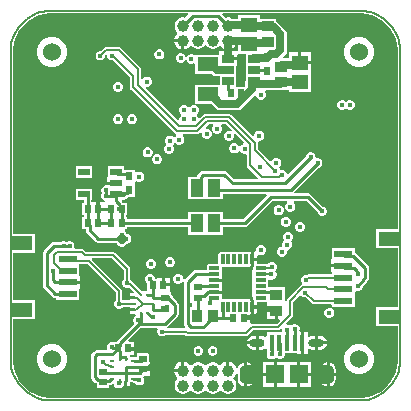
<source format=gtl>
G04*
G04 #@! TF.GenerationSoftware,Altium Limited,Altium Designer,22.10.1 (41)*
G04*
G04 Layer_Physical_Order=1*
G04 Layer_Color=255*
%FSLAX25Y25*%
%MOIN*%
G70*
G04*
G04 #@! TF.SameCoordinates,BA180857-5533-48D4-BC33-98CDBDEDE110*
G04*
G04*
G04 #@! TF.FilePolarity,Positive*
G04*
G01*
G75*
%ADD17C,0.00500*%
%ADD20R,0.04331X0.05906*%
%ADD45R,0.06102X0.02362*%
%ADD46R,0.07087X0.04724*%
%ADD47R,0.01575X0.05315*%
%ADD48R,0.05906X0.06102*%
%ADD49R,0.02362X0.02520*%
%ADD50R,0.02362X0.02953*%
%ADD51R,0.03937X0.02165*%
%ADD52R,0.05512X0.05118*%
%ADD53R,0.00984X0.01772*%
%ADD54R,0.01772X0.00984*%
%ADD55R,0.02520X0.02362*%
%ADD56R,0.03937X0.02756*%
%ADD57R,0.06890X0.04724*%
%ADD58R,0.03937X0.03543*%
G04:AMPARAMS|DCode=59|XSize=31.5mil|YSize=13.78mil|CornerRadius=1.72mil|HoleSize=0mil|Usage=FLASHONLY|Rotation=270.000|XOffset=0mil|YOffset=0mil|HoleType=Round|Shape=RoundedRectangle|*
%AMROUNDEDRECTD59*
21,1,0.03150,0.01034,0,0,270.0*
21,1,0.02805,0.01378,0,0,270.0*
1,1,0.00345,-0.00517,-0.01403*
1,1,0.00345,-0.00517,0.01403*
1,1,0.00345,0.00517,0.01403*
1,1,0.00345,0.00517,-0.01403*
%
%ADD59ROUNDEDRECTD59*%
%ADD60R,0.10236X0.10630*%
G04:AMPARAMS|DCode=61|XSize=33.47mil|YSize=13.78mil|CornerRadius=1.72mil|HoleSize=0mil|Usage=FLASHONLY|Rotation=0.000|XOffset=0mil|YOffset=0mil|HoleType=Round|Shape=RoundedRectangle|*
%AMROUNDEDRECTD61*
21,1,0.03347,0.01034,0,0,0.0*
21,1,0.03002,0.01378,0,0,0.0*
1,1,0.00345,0.01501,-0.00517*
1,1,0.00345,-0.01501,-0.00517*
1,1,0.00345,-0.01501,0.00517*
1,1,0.00345,0.01501,0.00517*
%
%ADD61ROUNDEDRECTD61*%
%ADD62R,0.03543X0.03937*%
%ADD63R,0.00984X0.01083*%
%ADD64R,0.01083X0.00984*%
%ADD65C,0.02803*%
%ADD66C,0.01000*%
%ADD67O,0.05118X0.02559*%
%ADD68O,0.03051X0.06102*%
%ADD69C,0.03937*%
%ADD70C,0.06000*%
%ADD71C,0.01772*%
%ADD72C,0.01575*%
G36*
X-5832Y64158D02*
X-5641Y63696D01*
X-6714Y62623D01*
X-7137Y62736D01*
X-7863D01*
X-8564Y62548D01*
X-9192Y62186D01*
X-9705Y61673D01*
X-10068Y61044D01*
X-10256Y60343D01*
Y59618D01*
X-10068Y58917D01*
X-9705Y58288D01*
X-9340Y57923D01*
X-9325Y57432D01*
X-9375Y57303D01*
X-9875Y56803D01*
X-10266Y56126D01*
X-10439Y55480D01*
X-7500D01*
Y54980D01*
X-7000D01*
Y52041D01*
X-6354Y52214D01*
X-5677Y52605D01*
X-5177Y53105D01*
X-5048Y53155D01*
X-4557Y53140D01*
X-4192Y52775D01*
X-3564Y52412D01*
X-2863Y52224D01*
X-2137D01*
X-1436Y52412D01*
X-808Y52775D01*
X-295Y53288D01*
X-250Y53366D01*
X250D01*
X295Y53288D01*
X808Y52775D01*
X1436Y52412D01*
X2137Y52224D01*
X2863D01*
X3564Y52412D01*
X4192Y52775D01*
X4557Y53140D01*
X5048Y53155D01*
X5177Y53105D01*
X5677Y52605D01*
X6354Y52214D01*
X7000Y52041D01*
Y54980D01*
X8000D01*
Y52041D01*
X8646Y52214D01*
X9323Y52605D01*
X9875Y53158D01*
X10266Y53834D01*
X10311Y54002D01*
X10811Y53936D01*
Y51726D01*
X10449Y51394D01*
X7980D01*
Y49516D01*
X10449D01*
Y50045D01*
X10811Y50378D01*
X13386D01*
Y46850D01*
Y41727D01*
X13343Y41512D01*
X13343Y41512D01*
Y39860D01*
X12932Y39449D01*
X10236D01*
Y43110D01*
Y46638D01*
X10449D01*
Y48516D01*
X7480D01*
Y49016D01*
X6980D01*
Y51394D01*
X4512D01*
Y50295D01*
X-3445D01*
X-3445Y50295D01*
X-3945Y50201D01*
X-4411Y50394D01*
X-5038D01*
X-5616Y50154D01*
X-6059Y49711D01*
X-6193Y49389D01*
X-6693Y49488D01*
Y49526D01*
X-6933Y50105D01*
X-7376Y50548D01*
X-7954Y50787D01*
X-8581D01*
X-9160Y50548D01*
X-9603Y50105D01*
X-9843Y49526D01*
Y48899D01*
X-9603Y48320D01*
X-9160Y47878D01*
X-8581Y47638D01*
X-7954D01*
X-7376Y47878D01*
X-6933Y48320D01*
X-6799Y48643D01*
X-6299Y48543D01*
Y48506D01*
X-6059Y47927D01*
X-5616Y47484D01*
X-5038Y47244D01*
X-4411D01*
X-3945Y47437D01*
X-3445Y47218D01*
Y43996D01*
X1863D01*
X2138Y43721D01*
X2862Y43237D01*
X3717Y43067D01*
X3717Y43067D01*
X4724D01*
Y40256D01*
X-3445D01*
Y34389D01*
X-3445Y34025D01*
X-3495Y33880D01*
X-3701Y33563D01*
X-3809Y33563D01*
X-4270D01*
X-4885Y33308D01*
X-5194Y32999D01*
X-5512Y32891D01*
X-5830Y32999D01*
X-6139Y33308D01*
X-6754Y33563D01*
X-7419D01*
X-8034Y33308D01*
X-8505Y32838D01*
X-8760Y32223D01*
Y31557D01*
X-8505Y30942D01*
X-8196Y30633D01*
X-8088Y30315D01*
X-8196Y29997D01*
X-8505Y29688D01*
X-8760Y29073D01*
Y28679D01*
X-9260Y28472D01*
X-19991Y39203D01*
X-19896Y39463D01*
X-19746Y39665D01*
X-19155D01*
X-18540Y39920D01*
X-18070Y40391D01*
X-17815Y41006D01*
Y41671D01*
X-18070Y42286D01*
X-18540Y42757D01*
X-19155Y43012D01*
X-19821D01*
X-20436Y42757D01*
X-20883Y42310D01*
X-21002Y42318D01*
X-21383Y42443D01*
Y45543D01*
X-21464Y45948D01*
X-21693Y46291D01*
X-27975Y52573D01*
X-28318Y52802D01*
X-28723Y52882D01*
X-33215D01*
X-33619Y52802D01*
X-33963Y52573D01*
X-34960Y51575D01*
X-35353D01*
X-35931Y51335D01*
X-36374Y50892D01*
X-36614Y50313D01*
Y49687D01*
X-36374Y49108D01*
X-35931Y48665D01*
X-35353Y48425D01*
X-34726D01*
X-34147Y48665D01*
X-33704Y49108D01*
X-33465Y49687D01*
Y50072D01*
X-33088Y50376D01*
X-32677Y50159D01*
Y49687D01*
X-32437Y49108D01*
X-31994Y48665D01*
X-31416Y48425D01*
X-30789D01*
X-30766Y48435D01*
X-25074Y42743D01*
Y39370D01*
X-24993Y38965D01*
X-24764Y38622D01*
X-10197Y24055D01*
X-9854Y23826D01*
X-9720Y23799D01*
X-9644Y23461D01*
X-9640Y23274D01*
X-10025Y22888D01*
X-10095Y22833D01*
X-10622Y22831D01*
X-10863Y23072D01*
X-11478Y23327D01*
X-12144D01*
X-12759Y23072D01*
X-13229Y22601D01*
X-13484Y21986D01*
Y21321D01*
X-13229Y20706D01*
X-13101Y20577D01*
X-13152Y20316D01*
X-13623Y19845D01*
X-13878Y19230D01*
Y18565D01*
X-13623Y17950D01*
X-13152Y17479D01*
X-12538Y17224D01*
X-11872D01*
X-11257Y17479D01*
X-10786Y17950D01*
X-10531Y18565D01*
Y19230D01*
X-10786Y19845D01*
X-10915Y19974D01*
X-10863Y20235D01*
X-10447Y20651D01*
X-10377Y20706D01*
X-9850Y20708D01*
X-9609Y20467D01*
X-8994Y20212D01*
X-8329D01*
X-7714Y20467D01*
X-7243Y20938D01*
X-6988Y21553D01*
Y22218D01*
X-7243Y22833D01*
X-7655Y23245D01*
X-7610Y23520D01*
X-7502Y23745D01*
X-2756D01*
X-2351Y23826D01*
X-2008Y24055D01*
X-1780Y24284D01*
X-1280Y24077D01*
Y23683D01*
X-1025Y23068D01*
X-554Y22597D01*
X61Y22343D01*
X727D01*
X1342Y22597D01*
X1812Y23068D01*
X2067Y23683D01*
Y24349D01*
X1812Y24964D01*
X1342Y25434D01*
X727Y25689D01*
X333D01*
X126Y26189D01*
X1119Y27182D01*
X2455D01*
X2663Y26682D01*
X2519Y26538D01*
X2264Y25923D01*
Y25258D01*
X2519Y24643D01*
X2989Y24172D01*
X3604Y23917D01*
X4270D01*
X4885Y24172D01*
X5356Y24643D01*
X5610Y25258D01*
Y25923D01*
X5356Y26538D01*
X5211Y26682D01*
X5418Y27182D01*
X6719D01*
X8725Y25176D01*
X8442Y24752D01*
X8162Y24868D01*
X7496D01*
X6881Y24614D01*
X6410Y24143D01*
X6155Y23528D01*
Y22862D01*
X6410Y22247D01*
X6881Y21777D01*
X7496Y21522D01*
X8162D01*
X8777Y21777D01*
X9247Y22247D01*
X9502Y22862D01*
Y23528D01*
X9386Y23808D01*
X9810Y24092D01*
X12859Y21042D01*
X12641Y20553D01*
X12090Y20325D01*
X11619Y19855D01*
X11091Y19887D01*
X11042Y20005D01*
X10571Y20475D01*
X9956Y20730D01*
X9291D01*
X8676Y20475D01*
X8205Y20005D01*
X7950Y19390D01*
Y18724D01*
X8205Y18109D01*
X8676Y17638D01*
X9291Y17383D01*
X9956D01*
X10571Y17638D01*
X11042Y18109D01*
X11570Y18077D01*
X11619Y17959D01*
X12090Y17488D01*
X12705Y17234D01*
X13370D01*
X13487Y17282D01*
X13903Y17004D01*
Y13422D01*
X13983Y13017D01*
X14213Y12674D01*
X17632Y9255D01*
X17440Y8793D01*
X9599D01*
X7227Y11164D01*
X6802Y11449D01*
X6299Y11549D01*
X-872D01*
X-1375Y11449D01*
X-1801Y11164D01*
X-2386Y10579D01*
X-2671Y10153D01*
X-2771Y9650D01*
Y9646D01*
X-5906D01*
Y2165D01*
X-500D01*
X-0Y2165D01*
Y2165D01*
X0D01*
Y2165D01*
X5906D01*
Y3896D01*
X20328D01*
X20535Y3396D01*
X12546Y-4593D01*
X5906D01*
Y-2165D01*
X500D01*
X0Y-2165D01*
X-500Y-2165D01*
X-5906D01*
Y-4593D01*
X-25984D01*
Y-3858D01*
X-26640D01*
Y-3228D01*
X-25984D01*
Y866D01*
X-27466D01*
X-27706Y1225D01*
X-27889Y1408D01*
X-27697Y1870D01*
X-27126D01*
Y1969D01*
X-27049D01*
X-26470Y2208D01*
X-26027Y2651D01*
X-25902Y2953D01*
X-23386D01*
Y7925D01*
X-22886Y8145D01*
X-22385Y7938D01*
X-21719D01*
X-21104Y8193D01*
X-20634Y8663D01*
X-20379Y9278D01*
Y9944D01*
X-20634Y10559D01*
X-21104Y11030D01*
X-21719Y11284D01*
X-22385D01*
X-22886Y11077D01*
X-23386Y11297D01*
Y12008D01*
X-27126D01*
Y13091D01*
X-32638D01*
Y9563D01*
X-32850D01*
Y7980D01*
X-29882D01*
Y6980D01*
X-32850D01*
Y6693D01*
X-33384D01*
X-33963Y6453D01*
X-34406Y6010D01*
X-34646Y5431D01*
Y4805D01*
X-34406Y4226D01*
X-34383Y4204D01*
Y4064D01*
X-34406Y4042D01*
X-34646Y3463D01*
Y2836D01*
X-34406Y2258D01*
X-33963Y1815D01*
X-33384Y1575D01*
X-33394Y1079D01*
X-34098Y1079D01*
X-35327D01*
Y-1181D01*
X-36327D01*
Y1079D01*
X-37979D01*
Y1870D01*
X-37756D01*
Y5610D01*
X-43268D01*
Y1870D01*
X-40604D01*
Y866D01*
X-41260D01*
Y-3228D01*
X-40604D01*
Y-3858D01*
X-41260D01*
Y-7953D01*
X-39923D01*
Y-8240D01*
X-39823Y-8743D01*
X-39538Y-9168D01*
X-36755Y-11952D01*
X-36329Y-12236D01*
X-35827Y-12336D01*
X-29886D01*
X-29584Y-12638D01*
X-29371Y-13152D01*
X-28901Y-13623D01*
X-28286Y-13878D01*
X-27620D01*
X-27005Y-13623D01*
X-26534Y-13152D01*
X-26346Y-12697D01*
X-26045D01*
X-25430Y-12442D01*
X-24960Y-11971D01*
X-24705Y-11356D01*
Y-10691D01*
X-24960Y-10076D01*
X-25430Y-9605D01*
X-26045Y-9350D01*
X-26346D01*
X-26534Y-8895D01*
X-26976Y-8453D01*
X-26965Y-8312D01*
X-26836Y-7953D01*
X-25984D01*
Y-7218D01*
X-5906D01*
Y-9646D01*
X-500D01*
X-0Y-9646D01*
X500Y-9646D01*
X5906D01*
Y-7218D01*
X13090D01*
X13592Y-7118D01*
X14018Y-6834D01*
X22295Y1443D01*
X27164D01*
X27228Y1328D01*
X27317Y943D01*
X26928Y554D01*
X26673Y-61D01*
Y-727D01*
X26928Y-1342D01*
X27399Y-1812D01*
X28014Y-2067D01*
X28679D01*
X29294Y-1812D01*
X29765Y-1342D01*
X30020Y-727D01*
Y-61D01*
X29765Y554D01*
X29376Y943D01*
X29465Y1328D01*
X29529Y1443D01*
X33708D01*
X37402Y-2250D01*
Y-2282D01*
X37641Y-2860D01*
X38084Y-3303D01*
X38663Y-3543D01*
X39290D01*
X39868Y-3303D01*
X40311Y-2860D01*
X40551Y-2282D01*
Y-1655D01*
X40311Y-1076D01*
X39868Y-634D01*
X39290Y-394D01*
X39258D01*
X35180Y3684D01*
X34754Y3969D01*
X34252Y4069D01*
X29860D01*
X29653Y4569D01*
X37683Y12598D01*
X37715D01*
X38294Y12838D01*
X38737Y13281D01*
X38976Y13860D01*
Y14487D01*
X38737Y15065D01*
X38294Y15508D01*
X37715Y15748D01*
X37088D01*
X37079Y15744D01*
X36614Y16093D01*
Y16455D01*
X36374Y17034D01*
X35931Y17477D01*
X35353Y17717D01*
X34726D01*
X34147Y17477D01*
X33704Y17034D01*
X33465Y16455D01*
Y16423D01*
X27612Y10571D01*
X27063Y10729D01*
X26896Y11133D01*
X26425Y11604D01*
X25810Y11859D01*
X25144D01*
X24866Y12285D01*
X24759Y12542D01*
X24566Y12735D01*
X24570Y12755D01*
X25041Y13225D01*
X25295Y13840D01*
Y14506D01*
X25041Y15121D01*
X24570Y15592D01*
X23955Y15846D01*
X23289D01*
X22674Y15592D01*
X22204Y15121D01*
X22149Y14989D01*
X21559Y14872D01*
X17593Y18837D01*
Y20866D01*
X17535Y21158D01*
X17538Y21169D01*
X17759Y21504D01*
X17881Y21620D01*
X18306D01*
X18921Y21874D01*
X19391Y22345D01*
X19646Y22960D01*
Y23626D01*
X19391Y24240D01*
X18921Y24711D01*
X18306Y24966D01*
X17640D01*
X17025Y24711D01*
X16555Y24240D01*
X16300Y23626D01*
Y23305D01*
X15800Y23098D01*
X8622Y30275D01*
X8279Y30505D01*
X7874Y30585D01*
X0D01*
X-405Y30505D01*
X-748Y30275D01*
X-1802Y29222D01*
X-2379Y29351D01*
X-2519Y29688D01*
X-2828Y29997D01*
X-2936Y30315D01*
X-2828Y30633D01*
X-2519Y30942D01*
X-2264Y31557D01*
Y32223D01*
X-2519Y32838D01*
X-2989Y33308D01*
X-3283Y33430D01*
X-3294Y33452D01*
X-3095Y33943D01*
X-3011Y33957D01*
X-3011Y33957D01*
X-2973Y33957D01*
X1863D01*
X3445Y32375D01*
X3446Y32375D01*
X4169Y31891D01*
X5024Y31721D01*
X10592D01*
X10592Y31721D01*
X11446Y31891D01*
X12170Y32375D01*
X16369Y36573D01*
X16932Y36430D01*
X17086Y36060D01*
X17556Y35589D01*
X18171Y35335D01*
X18837D01*
X19452Y35589D01*
X19922Y36060D01*
X20177Y36675D01*
Y37341D01*
X19922Y37956D01*
X20144Y38441D01*
X24827D01*
X24827Y38441D01*
X25042Y38484D01*
X27953D01*
X27953Y37992D01*
X35039D01*
Y44079D01*
X35252D01*
Y47138D01*
X31496D01*
Y47638D01*
X30996D01*
Y51197D01*
X27740D01*
Y49130D01*
X26212D01*
X26021Y49592D01*
X26602Y50173D01*
X26602Y50173D01*
X27086Y50897D01*
X27255Y51751D01*
X27255Y51751D01*
Y57108D01*
X27086Y57962D01*
X26602Y58686D01*
X26602Y58686D01*
X24335Y60952D01*
X23622Y61429D01*
Y62303D01*
X18110D01*
X18110Y62803D01*
Y63583D01*
X11024D01*
Y62340D01*
X8924D01*
X8564Y62548D01*
X7863Y62736D01*
X7137D01*
X6714Y62623D01*
X5641Y63696D01*
X5832Y64158D01*
X51181D01*
X52032D01*
X53718Y63936D01*
X55361Y63496D01*
X56933Y62845D01*
X58406Y61994D01*
X59756Y60958D01*
X60958Y59756D01*
X61994Y58406D01*
X62845Y56933D01*
X63495Y55361D01*
X63936Y53718D01*
X64158Y52032D01*
X64158Y51181D01*
X64158Y-7874D01*
X56862D01*
Y-14173D01*
X64158D01*
Y-33858D01*
X56862D01*
Y-40157D01*
X64158D01*
Y-51181D01*
X64158Y-52032D01*
X63936Y-53718D01*
X63495Y-55361D01*
X62845Y-56933D01*
X61994Y-58406D01*
X60958Y-59756D01*
X59756Y-60958D01*
X58406Y-61994D01*
X56933Y-62845D01*
X55361Y-63496D01*
X53718Y-63936D01*
X52032Y-64158D01*
X51181D01*
X-51181Y-64158D01*
X-52032D01*
X-53718Y-63936D01*
X-55361Y-63496D01*
X-56933Y-62845D01*
X-58406Y-61994D01*
X-59756Y-60958D01*
X-60958Y-59756D01*
X-61994Y-58406D01*
X-62845Y-56933D01*
X-63496Y-55361D01*
X-63936Y-53718D01*
X-64158Y-52032D01*
X-64158Y-51181D01*
Y-37795D01*
X-56862D01*
Y-31496D01*
X-64158D01*
Y-15748D01*
X-56862D01*
Y-9449D01*
X-64158D01*
X-64158Y51181D01*
Y52032D01*
X-63936Y53718D01*
X-63496Y55361D01*
X-62845Y56933D01*
X-61994Y58406D01*
X-60958Y59756D01*
X-59756Y60958D01*
X-58406Y61994D01*
X-56933Y62845D01*
X-55361Y63495D01*
X-53718Y63936D01*
X-52032Y64158D01*
X-51181Y64158D01*
X-5832D01*
D02*
G37*
%LPC*%
G36*
X-8000Y54480D02*
X-10439D01*
X-10266Y53834D01*
X-9875Y53158D01*
X-9323Y52605D01*
X-8646Y52214D01*
X-8000Y52041D01*
Y54480D01*
D02*
G37*
G36*
X-15021Y52067D02*
X-15687D01*
X-16302Y51812D01*
X-16773Y51341D01*
X-17028Y50726D01*
Y50061D01*
X-16773Y49446D01*
X-16302Y48975D01*
X-15687Y48720D01*
X-15021D01*
X-14406Y48975D01*
X-13936Y49446D01*
X-13681Y50061D01*
Y50726D01*
X-13936Y51341D01*
X-14406Y51812D01*
X-15021Y52067D01*
D02*
G37*
G36*
X35252Y51197D02*
X31996D01*
Y48138D01*
X35252D01*
Y51197D01*
D02*
G37*
G36*
X51855Y56299D02*
X50507D01*
X49206Y55950D01*
X48039Y55277D01*
X47086Y54324D01*
X46412Y53157D01*
X46063Y51855D01*
Y50507D01*
X46412Y49206D01*
X47086Y48039D01*
X48039Y47086D01*
X49206Y46412D01*
X50507Y46063D01*
X51855D01*
X53157Y46412D01*
X54324Y47086D01*
X55277Y48039D01*
X55950Y49206D01*
X56299Y50507D01*
Y51855D01*
X55950Y53157D01*
X55277Y54324D01*
X54324Y55277D01*
X53157Y55950D01*
X51855Y56299D01*
D02*
G37*
G36*
X-50507D02*
X-51855D01*
X-53157Y55950D01*
X-54324Y55277D01*
X-55277Y54324D01*
X-55950Y53157D01*
X-56299Y51855D01*
Y50507D01*
X-55950Y49206D01*
X-55277Y48039D01*
X-54324Y47086D01*
X-53157Y46412D01*
X-51855Y46063D01*
X-50507D01*
X-49206Y46412D01*
X-48039Y47086D01*
X-47086Y48039D01*
X-46412Y49206D01*
X-46063Y50507D01*
Y51855D01*
X-46412Y53157D01*
X-47086Y54324D01*
X-48039Y55277D01*
X-49206Y55950D01*
X-50507Y56299D01*
D02*
G37*
G36*
X-28821Y41102D02*
X-29447D01*
X-30026Y40863D01*
X-30469Y40420D01*
X-30709Y39841D01*
Y39214D01*
X-30469Y38636D01*
X-30026Y38192D01*
X-29447Y37953D01*
X-28821D01*
X-28242Y38192D01*
X-27799Y38636D01*
X-27559Y39214D01*
Y39841D01*
X-27799Y40420D01*
X-28242Y40863D01*
X-28821Y41102D01*
D02*
G37*
G36*
X48364Y35138D02*
X47699D01*
X47084Y34883D01*
X46850Y34650D01*
X46617Y34883D01*
X46002Y35138D01*
X45336D01*
X44721Y34883D01*
X44251Y34412D01*
X43996Y33797D01*
Y33132D01*
X44251Y32517D01*
X44721Y32046D01*
X45336Y31791D01*
X46002D01*
X46617Y32046D01*
X46850Y32279D01*
X47084Y32046D01*
X47699Y31791D01*
X48364D01*
X48979Y32046D01*
X49450Y32517D01*
X49705Y33132D01*
Y33797D01*
X49450Y34412D01*
X48979Y34883D01*
X48364Y35138D01*
D02*
G37*
G36*
X-24077Y30413D02*
X-24742D01*
X-25357Y30159D01*
X-25828Y29688D01*
X-26083Y29073D01*
Y28407D01*
X-25828Y27792D01*
X-25357Y27322D01*
X-24742Y27067D01*
X-24077D01*
X-23462Y27322D01*
X-22991Y27792D01*
X-22736Y28407D01*
Y29073D01*
X-22991Y29688D01*
X-23462Y30159D01*
X-24077Y30413D01*
D02*
G37*
G36*
X-28801D02*
X-29467D01*
X-30082Y30159D01*
X-30552Y29688D01*
X-30807Y29073D01*
Y28407D01*
X-30552Y27792D01*
X-30082Y27322D01*
X-29467Y27067D01*
X-28801D01*
X-28186Y27322D01*
X-27715Y27792D01*
X-27461Y28407D01*
Y29073D01*
X-27715Y29688D01*
X-28186Y30159D01*
X-28801Y30413D01*
D02*
G37*
G36*
X-18959Y19390D02*
X-19624D01*
X-20239Y19135D01*
X-20710Y18664D01*
X-20965Y18049D01*
Y17384D01*
X-20710Y16769D01*
X-20239Y16298D01*
X-19624Y16043D01*
X-18959D01*
X-18343Y16298D01*
X-17873Y16769D01*
X-17618Y17384D01*
Y18049D01*
X-17873Y18664D01*
X-18343Y19135D01*
X-18959Y19390D01*
D02*
G37*
G36*
X-15765Y17071D02*
X-16431D01*
X-17046Y16817D01*
X-17516Y16346D01*
X-17771Y15731D01*
Y15065D01*
X-17516Y14450D01*
X-17046Y13980D01*
X-16431Y13725D01*
X-15765D01*
X-15150Y13980D01*
X-14679Y14450D01*
X-14425Y15065D01*
Y15731D01*
X-14679Y16346D01*
X-15150Y16817D01*
X-15765Y17071D01*
D02*
G37*
G36*
X-37756Y13091D02*
X-43268D01*
Y9350D01*
X-37756D01*
Y13091D01*
D02*
G37*
G36*
X24742Y98D02*
X24077D01*
X23462Y-156D01*
X22991Y-627D01*
X22736Y-1242D01*
Y-1908D01*
X22991Y-2523D01*
X23462Y-2993D01*
X24077Y-3248D01*
X24742D01*
X25357Y-2993D01*
X25828Y-2523D01*
X26083Y-1908D01*
Y-1242D01*
X25828Y-627D01*
X25357Y-156D01*
X24742Y98D01*
D02*
G37*
G36*
X27104Y-3839D02*
X26439D01*
X25824Y-4093D01*
X25353Y-4564D01*
X25098Y-5179D01*
Y-5845D01*
X25353Y-6460D01*
X25824Y-6930D01*
X26439Y-7185D01*
X27104D01*
X27720Y-6930D01*
X28190Y-6460D01*
X28445Y-5845D01*
Y-5179D01*
X28190Y-4564D01*
X27720Y-4093D01*
X27104Y-3839D01*
D02*
G37*
G36*
X31829Y-5413D02*
X31163D01*
X30548Y-5668D01*
X30078Y-6139D01*
X29823Y-6754D01*
Y-7419D01*
X30078Y-8034D01*
X30548Y-8505D01*
X31163Y-8760D01*
X31829D01*
X32444Y-8505D01*
X32915Y-8034D01*
X33169Y-7419D01*
Y-6754D01*
X32915Y-6139D01*
X32444Y-5668D01*
X31829Y-5413D01*
D02*
G37*
G36*
X-44962Y-11811D02*
X-45589D01*
X-46168Y-12051D01*
X-46190Y-12073D01*
X-46330D01*
X-46352Y-12051D01*
X-46931Y-11811D01*
X-47557D01*
X-48136Y-12051D01*
X-48159Y-12073D01*
X-50394D01*
X-50896Y-12173D01*
X-51322Y-12458D01*
X-53889Y-15024D01*
X-54173Y-15450D01*
X-54273Y-15953D01*
Y-26567D01*
X-54173Y-27069D01*
X-53889Y-27495D01*
X-50928Y-30456D01*
X-50502Y-30740D01*
X-50000Y-30840D01*
X-49776D01*
Y-31496D01*
X-42098D01*
Y-27772D01*
X-41886D01*
Y-26091D01*
X-45937D01*
Y-25091D01*
X-41886D01*
Y-23410D01*
X-42098D01*
Y-19562D01*
X-39274D01*
X-29798Y-29038D01*
Y-31369D01*
X-30159Y-31729D01*
X-30413Y-32344D01*
Y-33010D01*
X-30159Y-33625D01*
X-29688Y-34096D01*
X-29073Y-34350D01*
X-28407D01*
X-27792Y-34096D01*
X-27432Y-33735D01*
X-25016D01*
Y-34146D01*
X-23474D01*
Y-35146D01*
X-25016D01*
Y-36138D01*
X-23561D01*
X-23159Y-36638D01*
X-23181Y-36737D01*
X-23478Y-36860D01*
X-23949Y-37330D01*
X-24203Y-37945D01*
Y-38611D01*
X-23949Y-39226D01*
X-23854Y-39320D01*
X-29538Y-45005D01*
X-29823Y-45431D01*
X-29855Y-45591D01*
X-30722D01*
X-30770Y-45571D01*
X-31435D01*
X-32050Y-45826D01*
X-32521Y-46296D01*
X-32776Y-46911D01*
Y-47577D01*
X-32686Y-47794D01*
X-33020Y-48294D01*
X-36213D01*
X-36716Y-48394D01*
X-37142Y-48678D01*
X-37727Y-49264D01*
X-38012Y-49690D01*
X-38112Y-50192D01*
Y-57069D01*
X-38012Y-57571D01*
X-37727Y-57997D01*
X-36658Y-59066D01*
X-36299Y-59306D01*
Y-60787D01*
X-32205D01*
Y-59765D01*
X-32013D01*
X-31511Y-59665D01*
X-31095Y-59387D01*
X-31040Y-59397D01*
X-30595Y-59562D01*
X-30340Y-60177D01*
X-29869Y-60647D01*
X-29254Y-60902D01*
X-28589D01*
X-27974Y-60647D01*
X-27578Y-60252D01*
X-27075D01*
Y-58366D01*
X-26075D01*
Y-60252D01*
X-25083D01*
Y-58957D01*
X-24214D01*
X-24008Y-58998D01*
X-23556D01*
X-23466Y-59215D01*
X-22995Y-59686D01*
X-22380Y-59941D01*
X-21714D01*
X-21099Y-59686D01*
X-20629Y-59215D01*
X-20374Y-58600D01*
Y-57935D01*
X-20629Y-57320D01*
X-20779Y-57169D01*
X-20572Y-56669D01*
X-18606D01*
Y-54988D01*
X-20866D01*
Y-53988D01*
X-18606D01*
Y-52307D01*
X-18819D01*
Y-49055D01*
X-22913D01*
Y-50479D01*
X-23947D01*
X-24014Y-50492D01*
X-25295D01*
Y-49898D01*
X-23646D01*
Y-48138D01*
X-25827D01*
Y-47138D01*
X-23646D01*
Y-45378D01*
X-25545D01*
X-25737Y-44916D01*
X-21504Y-40683D01*
X-16148D01*
X-15940Y-41183D01*
X-16142Y-41669D01*
Y-42296D01*
X-15902Y-42874D01*
X-15459Y-43317D01*
X-14880Y-43557D01*
X-14254D01*
X-13675Y-43317D01*
X-13398Y-43040D01*
X-6881D01*
X-6653Y-43268D01*
X-6310Y-43497D01*
X-5906Y-43577D01*
X13386D01*
X13791Y-43497D01*
X14134Y-43268D01*
X15926Y-41475D01*
X24150D01*
X24555Y-41394D01*
X24898Y-41165D01*
X24992Y-41071D01*
X25492Y-41278D01*
Y-41671D01*
X25549Y-41809D01*
X25271Y-42224D01*
X20472D01*
Y-43576D01*
X19973Y-43843D01*
X19492Y-43522D01*
X18602Y-43345D01*
X17823D01*
Y-45669D01*
Y-47993D01*
X18602D01*
X19492Y-47817D01*
X19973Y-47495D01*
X20472Y-47763D01*
Y-49036D01*
X20374Y-49273D01*
Y-49939D01*
X20629Y-50554D01*
X21099Y-51025D01*
X21714Y-51279D01*
X22380D01*
X22995Y-51025D01*
X23176Y-50844D01*
X23849Y-50837D01*
X23855Y-50844D01*
X24470Y-51098D01*
X25136D01*
X25751Y-50844D01*
X26222Y-50373D01*
X26476Y-49758D01*
Y-49114D01*
X30496D01*
Y-49327D01*
X31784D01*
Y-45669D01*
Y-42012D01*
X31613D01*
X31336Y-41596D01*
X31389Y-41466D01*
Y-40801D01*
X31135Y-40186D01*
X30664Y-39715D01*
X30049Y-39460D01*
X29383D01*
X28768Y-39715D01*
X28338Y-40145D01*
X28113Y-39920D01*
X27498Y-39665D01*
X27104D01*
X26897Y-39165D01*
X28823Y-37240D01*
X29052Y-36897D01*
X29133Y-36492D01*
Y-32163D01*
X31514Y-29781D01*
X32004Y-29879D01*
X32020Y-29917D01*
X32463Y-30360D01*
X33042Y-30599D01*
X33434D01*
X35473Y-32638D01*
X35816Y-32867D01*
X36220Y-32947D01*
X41745D01*
X42098Y-33301D01*
X42098Y-33789D01*
X41731Y-34178D01*
X41671Y-34154D01*
X41006D01*
X40391Y-34408D01*
X39920Y-34879D01*
X39665Y-35494D01*
Y-36160D01*
X39920Y-36775D01*
X40391Y-37245D01*
X41006Y-37500D01*
X41671D01*
X42286Y-37245D01*
X42757Y-36775D01*
X43012Y-36160D01*
Y-35494D01*
X42757Y-34879D01*
X42286Y-34408D01*
X42166Y-34358D01*
X42265Y-33858D01*
X42566Y-33858D01*
X42566Y-33858D01*
X42570Y-33858D01*
X49776D01*
Y-28705D01*
X50276Y-28371D01*
X50455Y-28445D01*
X51120D01*
X51735Y-28190D01*
X52206Y-27720D01*
X52461Y-27104D01*
Y-26955D01*
X53559Y-25856D01*
X53844Y-25430D01*
X53907Y-25115D01*
X54078Y-24944D01*
X54362Y-24518D01*
X54462Y-24016D01*
Y-20866D01*
X54362Y-20364D01*
X54078Y-19938D01*
X50034Y-15895D01*
X49776Y-15722D01*
Y-14173D01*
X42098D01*
Y-17898D01*
X41886D01*
Y-19579D01*
X45937D01*
Y-20579D01*
X41886D01*
Y-22260D01*
X42098D01*
Y-22939D01*
X34271D01*
X33866Y-23019D01*
X33554Y-23228D01*
X33151D01*
X32572Y-23468D01*
X32129Y-23911D01*
X31890Y-24490D01*
Y-25116D01*
X32129Y-25695D01*
X32155Y-25721D01*
X32165Y-25845D01*
X32048Y-26321D01*
X31852Y-26452D01*
X27327Y-30977D01*
X27097Y-31320D01*
X27017Y-31725D01*
Y-31741D01*
X26517Y-32014D01*
X26378Y-31925D01*
Y-27264D01*
X20885D01*
Y-26255D01*
X20810Y-25881D01*
X20748Y-25787D01*
X20810Y-25694D01*
X20885Y-25320D01*
Y-24854D01*
X21385Y-24520D01*
X21689Y-24646D01*
X22354D01*
X22969Y-24391D01*
X23440Y-23921D01*
X23695Y-23306D01*
Y-22640D01*
X23440Y-22025D01*
X23144Y-21729D01*
X23511Y-21363D01*
X23766Y-20748D01*
Y-20082D01*
X23511Y-19467D01*
X23040Y-18996D01*
X22425Y-18742D01*
X21760D01*
X21145Y-18996D01*
X20674Y-19467D01*
X20426Y-19542D01*
X20281Y-19445D01*
X19906Y-19371D01*
X17308D01*
X17263Y-19316D01*
Y-18413D01*
X15551D01*
Y-17913D01*
X15078D01*
Y-16511D01*
X15051Y-16376D01*
Y-15316D01*
X15034D01*
X14577Y-15407D01*
X14322Y-15577D01*
X14099Y-15532D01*
X13066D01*
X12691Y-15607D01*
X12598Y-15669D01*
X12505Y-15607D01*
X12131Y-15532D01*
X11097D01*
X10723Y-15607D01*
X10630Y-15669D01*
X10537Y-15607D01*
X10162Y-15532D01*
X9129D01*
X8755Y-15607D01*
X8661Y-15669D01*
X8568Y-15607D01*
X8194Y-15532D01*
X7160D01*
X6786Y-15607D01*
X6693Y-15669D01*
X6600Y-15607D01*
X6225Y-15532D01*
X5192D01*
X4817Y-15607D01*
X4500Y-15819D01*
X4288Y-16136D01*
X4214Y-16511D01*
Y-19316D01*
X4168Y-19371D01*
X1353D01*
X979Y-19445D01*
X661Y-19658D01*
X449Y-19975D01*
X375Y-20349D01*
Y-21383D01*
X261Y-21522D01*
X-3150D01*
X-3652Y-21622D01*
X-4078Y-21906D01*
X-6834Y-24662D01*
X-6882Y-24735D01*
X-7382Y-24583D01*
Y-24077D01*
X-7637Y-23462D01*
X-8107Y-22991D01*
X-8722Y-22736D01*
X-9388D01*
X-10003Y-22991D01*
X-10474Y-23462D01*
X-10728Y-24077D01*
Y-24742D01*
X-10474Y-25357D01*
X-10003Y-25828D01*
X-9388Y-26083D01*
X-8722D01*
X-8107Y-25828D01*
X-7693Y-25413D01*
X-7435Y-25470D01*
X-7218Y-25591D01*
Y-33071D01*
Y-39370D01*
X-7118Y-39872D01*
X-6834Y-40298D01*
X-6707Y-40425D01*
X-6915Y-40925D01*
X-12495D01*
X-12647Y-40425D01*
X-12458Y-40298D01*
X-9308Y-37149D01*
X-9024Y-36723D01*
X-8924Y-36220D01*
Y-33071D01*
X-9024Y-32568D01*
X-9308Y-32143D01*
X-10925Y-30526D01*
Y-30376D01*
X-11180Y-29761D01*
X-11339Y-29602D01*
Y-28976D01*
X-11475D01*
X-11835Y-28638D01*
Y-26878D01*
X-14016D01*
Y-26378D01*
X-14516D01*
Y-24118D01*
X-16197D01*
Y-24331D01*
X-16831D01*
Y-24077D01*
X-17086Y-23462D01*
X-17556Y-22991D01*
X-18171Y-22736D01*
X-18837D01*
X-19452Y-22991D01*
X-19922Y-23462D01*
X-20177Y-24077D01*
Y-24742D01*
X-19922Y-25357D01*
X-19452Y-25828D01*
X-19449Y-25829D01*
Y-26932D01*
X-19474Y-27059D01*
X-19449Y-27186D01*
Y-28297D01*
X-19488Y-28329D01*
X-19576Y-28346D01*
X-21290D01*
X-24376Y-25260D01*
X-24684Y-25054D01*
X-24781Y-24822D01*
X-25141Y-24461D01*
Y-21009D01*
X-25222Y-20604D01*
X-25451Y-20261D01*
X-30031Y-15681D01*
X-30374Y-15452D01*
X-30779Y-15371D01*
X-39826D01*
X-40447Y-14750D01*
X-40790Y-14521D01*
X-41195Y-14440D01*
X-43467D01*
X-43801Y-13940D01*
X-43701Y-13699D01*
Y-13073D01*
X-43940Y-12494D01*
X-44383Y-12051D01*
X-44962Y-11811D01*
D02*
G37*
G36*
X18793Y-13244D02*
X18127D01*
X17512Y-13498D01*
X17042Y-13969D01*
X16787Y-14584D01*
Y-14988D01*
X16741Y-15060D01*
X16346Y-15361D01*
X16325Y-15367D01*
X16068Y-15316D01*
X16051D01*
Y-17413D01*
X17263D01*
Y-16739D01*
X17703Y-16441D01*
X17750Y-16433D01*
X18127Y-16590D01*
X18793D01*
X19408Y-16335D01*
X19879Y-15865D01*
X20133Y-15250D01*
Y-14584D01*
X19879Y-13969D01*
X19408Y-13498D01*
X18793Y-13244D01*
D02*
G37*
G36*
X27919Y-8795D02*
X27253D01*
X26638Y-9049D01*
X26168Y-9520D01*
X25913Y-10135D01*
Y-10801D01*
X26039Y-11106D01*
X26217Y-11574D01*
X25747Y-12044D01*
X25492Y-12659D01*
Y-13325D01*
X25254Y-13681D01*
X25212D01*
X24598Y-13936D01*
X24127Y-14406D01*
X23872Y-15021D01*
Y-15687D01*
X24127Y-16302D01*
X24598Y-16773D01*
X25212Y-17028D01*
X25878D01*
X26493Y-16773D01*
X26964Y-16302D01*
X27218Y-15687D01*
Y-15021D01*
X27457Y-14665D01*
X27498D01*
X28113Y-14411D01*
X28584Y-13940D01*
X28839Y-13325D01*
Y-12659D01*
X28712Y-12354D01*
X28534Y-11886D01*
X29005Y-11416D01*
X29259Y-10801D01*
Y-10135D01*
X29005Y-9520D01*
X28534Y-9049D01*
X27919Y-8795D01*
D02*
G37*
G36*
X-11434Y-17268D02*
X-12100D01*
X-12715Y-17523D01*
X-13186Y-17994D01*
X-13440Y-18609D01*
Y-19274D01*
X-13186Y-19889D01*
X-12715Y-20360D01*
X-12100Y-20615D01*
X-11434D01*
X-10819Y-20360D01*
X-10349Y-19889D01*
X-10094Y-19274D01*
Y-18609D01*
X-10349Y-17994D01*
X-10819Y-17523D01*
X-11434Y-17268D01*
D02*
G37*
G36*
X-17777Y-17807D02*
X-18443D01*
X-19058Y-18062D01*
X-19529Y-18532D01*
X-19783Y-19148D01*
Y-19813D01*
X-19529Y-20428D01*
X-19058Y-20899D01*
X-18443Y-21154D01*
X-17777D01*
X-17162Y-20899D01*
X-16692Y-20428D01*
X-16437Y-19813D01*
Y-19148D01*
X-16692Y-18532D01*
X-17162Y-18062D01*
X-17777Y-17807D01*
D02*
G37*
G36*
X-11835Y-24118D02*
X-13516D01*
Y-25878D01*
X-11835D01*
Y-24118D01*
D02*
G37*
G36*
X38287Y-43345D02*
X37508D01*
Y-45169D01*
X40512D01*
X40435Y-44780D01*
X39931Y-44026D01*
X39177Y-43522D01*
X38287Y-43345D01*
D02*
G37*
G36*
X16823D02*
X16043D01*
X15154Y-43522D01*
X14400Y-44026D01*
X13896Y-44780D01*
X13819Y-45169D01*
X16823D01*
Y-43345D01*
D02*
G37*
G36*
X40512Y-46169D02*
X37508D01*
Y-47993D01*
X38287D01*
X39177Y-47817D01*
X39931Y-47313D01*
X40435Y-46559D01*
X40512Y-46169D01*
D02*
G37*
G36*
X34071Y-42012D02*
X32783D01*
Y-45669D01*
Y-49327D01*
X34071D01*
Y-47905D01*
X34571Y-47638D01*
X34839Y-47817D01*
X35728Y-47993D01*
X36508D01*
Y-45669D01*
Y-43345D01*
X35728D01*
X34839Y-43522D01*
X34571Y-43701D01*
X34071Y-43434D01*
Y-42012D01*
D02*
G37*
G36*
X16823Y-46169D02*
X13819D01*
X13896Y-46559D01*
X14400Y-47313D01*
X15154Y-47817D01*
X16043Y-47993D01*
X16823D01*
Y-46169D01*
D02*
G37*
G36*
X2675Y-46850D02*
X2049D01*
X1470Y-47090D01*
X1027Y-47533D01*
X787Y-48112D01*
Y-48739D01*
X1027Y-49317D01*
X1470Y-49760D01*
X2049Y-50000D01*
X2675D01*
X3254Y-49760D01*
X3697Y-49317D01*
X3937Y-48739D01*
Y-48112D01*
X3697Y-47533D01*
X3254Y-47090D01*
X2675Y-46850D01*
D02*
G37*
G36*
X-2049D02*
X-2675D01*
X-3254Y-47090D01*
X-3697Y-47533D01*
X-3937Y-48112D01*
Y-48739D01*
X-3697Y-49317D01*
X-3254Y-49760D01*
X-2675Y-50000D01*
X-2049D01*
X-1470Y-49760D01*
X-1027Y-49317D01*
X-787Y-48739D01*
Y-48112D01*
X-1027Y-47533D01*
X-1470Y-47090D01*
X-2049Y-46850D01*
D02*
G37*
G36*
X40445Y-52298D02*
X39959Y-52395D01*
X39124Y-52953D01*
X38927Y-53248D01*
X40445D01*
Y-52298D01*
D02*
G37*
G36*
X13886D02*
Y-53248D01*
X15404D01*
X15207Y-52953D01*
X14371Y-52395D01*
X13886Y-52298D01*
D02*
G37*
G36*
X-8000Y-52041D02*
X-8646Y-52214D01*
X-9323Y-52605D01*
X-9875Y-53158D01*
X-10266Y-53834D01*
X-10439Y-54480D01*
X-8000D01*
Y-52041D01*
D02*
G37*
G36*
X8000D02*
Y-54980D01*
X7000D01*
Y-52041D01*
X6354Y-52214D01*
X5677Y-52605D01*
X5177Y-53105D01*
X5048Y-53155D01*
X4557Y-53140D01*
X4192Y-52775D01*
X3564Y-52412D01*
X2863Y-52224D01*
X2137D01*
X1436Y-52412D01*
X808Y-52775D01*
X295Y-53288D01*
X250Y-53366D01*
X-250D01*
X-295Y-53288D01*
X-808Y-52775D01*
X-1436Y-52412D01*
X-2137Y-52224D01*
X-2863D01*
X-3564Y-52412D01*
X-4192Y-52775D01*
X-4557Y-53140D01*
X-5048Y-53155D01*
X-5177Y-53105D01*
X-5677Y-52605D01*
X-6354Y-52214D01*
X-7000Y-52041D01*
Y-54980D01*
X-7500D01*
Y-55480D01*
X-10439D01*
X-10266Y-56126D01*
X-9875Y-56803D01*
X-9375Y-57303D01*
X-9325Y-57432D01*
X-9340Y-57923D01*
X-9705Y-58288D01*
X-10068Y-58917D01*
X-10256Y-59618D01*
Y-60343D01*
X-10068Y-61044D01*
X-9705Y-61673D01*
X-9192Y-62186D01*
X-8564Y-62548D01*
X-7863Y-62736D01*
X-7137D01*
X-6436Y-62548D01*
X-5808Y-62186D01*
X-5295Y-61673D01*
X-5250Y-61595D01*
X-4750D01*
X-4705Y-61673D01*
X-4192Y-62186D01*
X-3564Y-62548D01*
X-2863Y-62736D01*
X-2137D01*
X-1436Y-62548D01*
X-808Y-62186D01*
X-295Y-61673D01*
X-250Y-61595D01*
X250D01*
X295Y-61673D01*
X808Y-62186D01*
X1436Y-62548D01*
X2137Y-62736D01*
X2863D01*
X3564Y-62548D01*
X4192Y-62186D01*
X4705Y-61673D01*
X4750Y-61595D01*
X5250D01*
X5295Y-61673D01*
X5808Y-62186D01*
X6436Y-62548D01*
X7137Y-62736D01*
X7863D01*
X8564Y-62548D01*
X9192Y-62186D01*
X9705Y-61673D01*
X10068Y-61044D01*
X10256Y-60343D01*
Y-59618D01*
X10068Y-58917D01*
X9705Y-58288D01*
X9340Y-57923D01*
X9325Y-57432D01*
X9375Y-57303D01*
X9875Y-56803D01*
X10266Y-56126D01*
X10311Y-55960D01*
X10811Y-56026D01*
Y-57825D01*
X11007Y-58810D01*
X11565Y-59646D01*
X12400Y-60204D01*
X12886Y-60300D01*
Y-59287D01*
X12873Y-59284D01*
X12774Y-59254D01*
X12677Y-59220D01*
X12582Y-59181D01*
X12489Y-59136D01*
X12399Y-59087D01*
X12312Y-59034D01*
X12227Y-58975D01*
X12145Y-58913D01*
X12067Y-58846D01*
X11992Y-58775D01*
X11922Y-58701D01*
X11855Y-58622D01*
X11792Y-58541D01*
X11734Y-58456D01*
X11680Y-58369D01*
X11631Y-58278D01*
X11587Y-58185D01*
X11548Y-58091D01*
X11513Y-57994D01*
X11484Y-57895D01*
X11460Y-57795D01*
X11441Y-57694D01*
X11428Y-57592D01*
X11420Y-57490D01*
X11417Y-57382D01*
Y-55216D01*
X11420Y-55114D01*
X11428Y-55011D01*
X11442Y-54909D01*
X11460Y-54807D01*
X11484Y-54707D01*
X11514Y-54608D01*
X11548Y-54511D01*
X11587Y-54416D01*
X11632Y-54323D01*
X11681Y-54232D01*
X11735Y-54144D01*
X11793Y-54059D01*
X11856Y-53978D01*
X11923Y-53899D01*
X11994Y-53825D01*
X12069Y-53754D01*
X12147Y-53687D01*
X12229Y-53624D01*
X12314Y-53566D01*
X12402Y-53512D01*
X12492Y-53463D01*
X12585Y-53418D01*
X12680Y-53379D01*
X12777Y-53344D01*
X12876Y-53315D01*
X12886Y-53313D01*
Y-52298D01*
X12400Y-52395D01*
X11565Y-52953D01*
X11007Y-53788D01*
X10907Y-54292D01*
X10393Y-54309D01*
X10266Y-53834D01*
X9875Y-53158D01*
X9323Y-52605D01*
X8646Y-52214D01*
X8000Y-52041D01*
D02*
G37*
G36*
X41445Y-52298D02*
Y-53312D01*
X41458Y-53315D01*
X41557Y-53344D01*
X41653Y-53378D01*
X41748Y-53418D01*
X41841Y-53462D01*
X41932Y-53511D01*
X42019Y-53565D01*
X42104Y-53623D01*
X42186Y-53686D01*
X42264Y-53752D01*
X42338Y-53823D01*
X42409Y-53898D01*
X42476Y-53976D01*
X42538Y-54057D01*
X42597Y-54142D01*
X42650Y-54230D01*
X42699Y-54320D01*
X42744Y-54413D01*
X42783Y-54508D01*
X42817Y-54605D01*
X42847Y-54703D01*
X42871Y-54803D01*
X42889Y-54904D01*
X42903Y-55006D01*
X42911Y-55109D01*
X42913Y-55216D01*
Y-55799D01*
X43520D01*
Y-54774D01*
X43324Y-53788D01*
X42766Y-52953D01*
X41930Y-52395D01*
X41445Y-52298D01*
D02*
G37*
G36*
X13886Y-54172D02*
Y-55799D01*
X14370D01*
Y-55059D01*
Y-55020D01*
X14369Y-54968D01*
X14365Y-54917D01*
X14358Y-54866D01*
X14349Y-54815D01*
X14336Y-54765D01*
X14322Y-54716D01*
X14305Y-54667D01*
X14285Y-54619D01*
X14263Y-54573D01*
X14238Y-54528D01*
X14211Y-54484D01*
X14182Y-54441D01*
X14151Y-54400D01*
X14117Y-54361D01*
X14082Y-54324D01*
X14044Y-54288D01*
X14005Y-54255D01*
X13964Y-54223D01*
X13922Y-54194D01*
X13886Y-54172D01*
D02*
G37*
G36*
X41445Y-54170D02*
Y-55799D01*
X41929D01*
Y-55020D01*
X41928Y-54963D01*
X41924Y-54912D01*
X41917Y-54862D01*
X41908Y-54811D01*
X41896Y-54761D01*
X41881Y-54712D01*
X41864Y-54664D01*
X41844Y-54616D01*
X41822Y-54570D01*
X41798Y-54525D01*
X41771Y-54481D01*
X41742Y-54439D01*
X41711Y-54398D01*
X41678Y-54360D01*
X41642Y-54322D01*
X41605Y-54287D01*
X41566Y-54254D01*
X41526Y-54223D01*
X41483Y-54193D01*
X41445Y-54170D01*
D02*
G37*
G36*
X40445Y-54170D02*
X40407Y-54193D01*
X40364Y-54223D01*
X40324Y-54254D01*
X40285Y-54287D01*
X40247Y-54322D01*
X40212Y-54360D01*
X40179Y-54398D01*
X40148Y-54439D01*
X40119Y-54481D01*
X40092Y-54525D01*
X40067Y-54570D01*
X40045Y-54616D01*
X40026Y-54664D01*
X40009Y-54712D01*
X39994Y-54761D01*
X39982Y-54811D01*
X39973Y-54862D01*
X39966Y-54912D01*
X39962Y-54963D01*
X39961Y-55020D01*
Y-55059D01*
Y-55799D01*
X40445D01*
Y-54170D01*
D02*
G37*
G36*
X35055Y-52248D02*
X31602D01*
Y-55799D01*
X35055D01*
Y-52248D01*
D02*
G37*
G36*
X22728D02*
X19276D01*
Y-55799D01*
X22728D01*
Y-52248D01*
D02*
G37*
G36*
X51855Y-46063D02*
X50507D01*
X49206Y-46412D01*
X48039Y-47086D01*
X47086Y-48039D01*
X46412Y-49206D01*
X46063Y-50507D01*
Y-51855D01*
X46412Y-53157D01*
X47086Y-54324D01*
X48039Y-55277D01*
X49206Y-55950D01*
X50507Y-56299D01*
X51855D01*
X53157Y-55950D01*
X54324Y-55277D01*
X55277Y-54324D01*
X55950Y-53157D01*
X56299Y-51855D01*
Y-50507D01*
X55950Y-49206D01*
X55277Y-48039D01*
X54324Y-47086D01*
X53157Y-46412D01*
X51855Y-46063D01*
D02*
G37*
G36*
X-50507D02*
X-51855D01*
X-53157Y-46412D01*
X-54324Y-47086D01*
X-55277Y-48039D01*
X-55950Y-49206D01*
X-56299Y-50507D01*
Y-51855D01*
X-55950Y-53157D01*
X-55277Y-54324D01*
X-54324Y-55277D01*
X-53157Y-55950D01*
X-51855Y-56299D01*
X-50507D01*
X-49206Y-55950D01*
X-48039Y-55277D01*
X-47086Y-54324D01*
X-46412Y-53157D01*
X-46063Y-51855D01*
Y-50507D01*
X-46412Y-49206D01*
X-47086Y-48039D01*
X-48039Y-47086D01*
X-49206Y-46412D01*
X-50507Y-46063D01*
D02*
G37*
G36*
X41929Y-56799D02*
X41445D01*
Y-58426D01*
X41481Y-58404D01*
X41523Y-58375D01*
X41564Y-58344D01*
X41603Y-58310D01*
X41641Y-58275D01*
X41676Y-58237D01*
X41710Y-58198D01*
X41741Y-58157D01*
X41770Y-58115D01*
X41797Y-58071D01*
X41822Y-58026D01*
X41844Y-57979D01*
X41864Y-57932D01*
X41881Y-57883D01*
X41896Y-57833D01*
X41908Y-57783D01*
X41917Y-57733D01*
X41924Y-57682D01*
X41928Y-57630D01*
X41929Y-57579D01*
Y-56799D01*
D02*
G37*
G36*
X40445D02*
X39961D01*
Y-57539D01*
Y-57579D01*
X39962Y-57630D01*
X39966Y-57682D01*
X39973Y-57733D01*
X39982Y-57783D01*
X39994Y-57833D01*
X40009Y-57883D01*
X40026Y-57932D01*
X40046Y-57979D01*
X40068Y-58026D01*
X40093Y-58071D01*
X40119Y-58115D01*
X40149Y-58157D01*
X40180Y-58198D01*
X40214Y-58237D01*
X40249Y-58275D01*
X40286Y-58310D01*
X40325Y-58344D01*
X40366Y-58375D01*
X40409Y-58404D01*
X40445Y-58426D01*
Y-56799D01*
D02*
G37*
G36*
X12886Y-54172D02*
X12850Y-54194D01*
X12807Y-54223D01*
X12766Y-54255D01*
X12727Y-54288D01*
X12690Y-54324D01*
X12654Y-54361D01*
X12621Y-54400D01*
X12590Y-54441D01*
X12560Y-54484D01*
X12533Y-54528D01*
X12509Y-54573D01*
X12487Y-54619D01*
X12467Y-54667D01*
X12450Y-54716D01*
X12435Y-54765D01*
X12423Y-54815D01*
X12414Y-54866D01*
X12407Y-54917D01*
X12403Y-54968D01*
X12402Y-55020D01*
Y-57579D01*
X12403Y-57635D01*
X12407Y-57686D01*
X12414Y-57737D01*
X12423Y-57787D01*
X12435Y-57837D01*
X12449Y-57886D01*
X12467Y-57935D01*
X12486Y-57982D01*
X12508Y-58028D01*
X12533Y-58073D01*
X12560Y-58117D01*
X12589Y-58159D01*
X12620Y-58200D01*
X12653Y-58239D01*
X12688Y-58276D01*
X12726Y-58311D01*
X12765Y-58345D01*
X12805Y-58376D01*
X12847Y-58405D01*
X12886Y-58429D01*
Y-56299D01*
Y-54172D01*
D02*
G37*
G36*
X14370Y-56799D02*
X13886D01*
Y-58429D01*
X13924Y-58405D01*
X13966Y-58376D01*
X14007Y-58345D01*
X14046Y-58311D01*
X14083Y-58276D01*
X14119Y-58239D01*
X14152Y-58200D01*
X14183Y-58159D01*
X14212Y-58117D01*
X14239Y-58073D01*
X14263Y-58028D01*
X14285Y-57982D01*
X14305Y-57935D01*
X14322Y-57886D01*
X14337Y-57837D01*
X14349Y-57787D01*
X14358Y-57737D01*
X14365Y-57686D01*
X14369Y-57635D01*
X14370Y-57579D01*
Y-57539D01*
Y-56799D01*
D02*
G37*
G36*
X43520D02*
X42913D01*
Y-57382D01*
X42911Y-57485D01*
X42903Y-57588D01*
X42889Y-57690D01*
X42870Y-57791D01*
X42846Y-57891D01*
X42817Y-57990D01*
X42783Y-58087D01*
X42743Y-58183D01*
X42699Y-58276D01*
X42650Y-58366D01*
X42596Y-58454D01*
X42537Y-58539D01*
X42475Y-58621D01*
X42408Y-58699D01*
X42337Y-58774D01*
X42262Y-58845D01*
X42184Y-58912D01*
X42102Y-58974D01*
X42017Y-59033D01*
X41929Y-59087D01*
X41839Y-59136D01*
X41745Y-59180D01*
X41650Y-59220D01*
X41553Y-59254D01*
X41454Y-59283D01*
X41445Y-59286D01*
Y-60300D01*
X41930Y-60204D01*
X42766Y-59646D01*
X43324Y-58810D01*
X43520Y-57825D01*
Y-56799D01*
D02*
G37*
G36*
X15404Y-59350D02*
X13886D01*
Y-60300D01*
X14371Y-60204D01*
X15207Y-59646D01*
X15404Y-59350D01*
D02*
G37*
G36*
X40445D02*
X38927D01*
X39124Y-59646D01*
X39959Y-60204D01*
X40445Y-60300D01*
Y-59350D01*
D02*
G37*
G36*
X35055Y-56799D02*
X31602D01*
Y-60350D01*
X35055D01*
Y-56799D01*
D02*
G37*
G36*
X30602Y-52248D02*
X23728D01*
Y-56299D01*
Y-60350D01*
X30602D01*
Y-56299D01*
Y-52248D01*
D02*
G37*
G36*
X22728Y-56799D02*
X19276D01*
Y-60350D01*
X22728D01*
Y-56799D01*
D02*
G37*
%LPD*%
G36*
X-27257Y-21447D02*
Y-24461D01*
X-27618Y-24822D01*
X-27872Y-25437D01*
Y-26102D01*
X-27618Y-26717D01*
X-27147Y-27188D01*
X-26532Y-27443D01*
X-25866D01*
X-25385Y-27243D01*
X-23873Y-28755D01*
X-24065Y-29217D01*
X-25016D01*
Y-30209D01*
X-23474D01*
Y-31209D01*
X-25016D01*
Y-31620D01*
X-27432D01*
X-27682Y-31369D01*
Y-28600D01*
X-27763Y-28195D01*
X-27992Y-27852D01*
X-37857Y-17987D01*
X-37650Y-17487D01*
X-31217D01*
X-27257Y-21447D01*
D02*
G37*
G36*
X20429Y-32269D02*
X20653Y-32482D01*
Y-34638D01*
X23622D01*
Y-35138D01*
X24122D01*
Y-37909D01*
X24508D01*
X24700Y-38371D01*
X23712Y-39359D01*
X15488D01*
X15437Y-39370D01*
X14937Y-38982D01*
Y-38098D01*
X12756D01*
Y-37098D01*
X14937D01*
Y-36339D01*
X15034Y-36259D01*
X15051D01*
Y-35199D01*
X15078Y-35064D01*
Y-33661D01*
X15551D01*
Y-33161D01*
X17263D01*
Y-32259D01*
X17308Y-32204D01*
X19906D01*
X20249Y-32136D01*
X20429Y-32269D01*
D02*
G37*
%LPC*%
G36*
X17263Y-34161D02*
X16051D01*
Y-36259D01*
X16068D01*
X16525Y-36168D01*
X16913Y-35909D01*
X17172Y-35521D01*
X17263Y-35064D01*
Y-34161D01*
D02*
G37*
G36*
X23122Y-35638D02*
X20653D01*
Y-37909D01*
X23122D01*
Y-35638D01*
D02*
G37*
%LPD*%
D17*
X16535Y18399D02*
Y20866D01*
Y18399D02*
X23341Y11594D01*
X24548Y9449D02*
X25285Y10186D01*
X18934Y9449D02*
X24548D01*
X14961Y13422D02*
X18934Y9449D01*
X25285Y10186D02*
X25477D01*
X12402Y-24016D02*
X15248Y-21169D01*
X10630Y-25787D02*
X12402Y-24016D01*
X7157Y28240D02*
X14961Y20436D01*
Y13422D02*
Y20436D01*
X7874Y29528D02*
X16535Y20866D01*
X18406Y-20866D02*
X21297D01*
X21748Y-20415D01*
X22093D01*
X21883Y-22835D02*
X22022Y-22973D01*
X18406Y-22835D02*
X21883D01*
X-24016Y39370D02*
X-9449Y24803D01*
X-24016Y39370D02*
Y43181D01*
X-30835Y50000D02*
X-24016Y43181D01*
X-9449Y24803D02*
X-2756D01*
X-22441Y40157D02*
X-8661Y26378D01*
X-22441Y40157D02*
Y45543D01*
X-8661Y26378D02*
X-3150D01*
X-33215Y51825D02*
X-28723D01*
X-35039Y50000D02*
X-33215Y51825D01*
X-31102Y50000D02*
X-30835D01*
X-28723Y51825D02*
X-22441Y45543D01*
X-2756Y24803D02*
X681Y28240D01*
X7157D01*
X-3150Y26378D02*
X0Y29528D01*
X7874D01*
X-6443Y-41982D02*
X-5906Y-42520D01*
X13386D02*
X15488Y-40417D01*
X-5906Y-42520D02*
X13386D01*
X-14567Y-41982D02*
X-6443D01*
X28075Y-36492D02*
Y-31725D01*
X24150Y-40417D02*
X28075Y-36492D01*
X15488Y-40417D02*
X24150D01*
X-50394Y-19067D02*
Y-16474D01*
X-49418Y-15498D01*
X-50394Y-19067D02*
X-47807Y-21654D01*
X-49418Y-15498D02*
X-41195D01*
X-40264Y-16429D02*
X-30779D01*
X-41195Y-15498D02*
X-40264Y-16429D01*
X-45150Y-18504D02*
X-38836D01*
X-45937Y-17717D02*
X-45150Y-18504D01*
X-38836D02*
X-28740Y-28600D01*
X-21457Y-29675D02*
Y-29626D01*
X-21748Y-29384D02*
X-21699D01*
X-21457Y-29626D01*
X-25782Y-26008D02*
X-25124D01*
X-26020Y-25769D02*
X-25782Y-26008D01*
X-25124D02*
X-21748Y-29384D01*
X-30779Y-16429D02*
X-26199Y-21009D01*
Y-25769D02*
Y-21009D01*
X-28740Y-32677D02*
X-23474D01*
X-28740D02*
Y-28600D01*
X40192Y-27200D02*
X40945Y-27953D01*
X32599Y-27200D02*
X40192D01*
X28075Y-31725D02*
X32599Y-27200D01*
X36220Y-31890D02*
X45937D01*
X33355Y-29025D02*
X36220Y-31890D01*
X33465Y-24803D02*
X34271Y-23997D01*
X40945Y-27953D02*
X45937D01*
X45937Y-27953D01*
X34271Y-23997D02*
X45918D01*
X45937Y-24016D01*
X-47807Y-21654D02*
X-45937D01*
X-23474Y-30709D02*
X-23232Y-30951D01*
X-22682D01*
X-20955Y-32677D01*
X-23474Y-34646D02*
X-23232Y-34403D01*
X-20955Y-32677D02*
X-17470D01*
X-22682Y-34403D02*
X-20955Y-32677D01*
X-23232Y-34403D02*
X-22682D01*
X-31345Y-53498D02*
X-31102Y-53740D01*
X-32200Y-53498D02*
X-31345D01*
X-32562Y-53136D02*
X-32200Y-53498D01*
X-33067Y-53136D02*
X-32562D01*
X-34136Y-52067D02*
X-33067Y-53136D01*
X-34172Y-52067D02*
X-34136D01*
X15498Y-17966D02*
X15551Y-17913D01*
X10630Y-25984D02*
Y-25787D01*
X9646Y-24803D02*
X10630Y-25787D01*
X-51181Y64961D02*
X-52164Y64925D01*
X-53142Y64820D01*
X-54110Y64646D01*
X-55063Y64403D01*
X-55997Y64092D01*
X-56905Y63715D01*
X-57785Y63275D01*
X-58631Y62773D01*
X-59439Y62212D01*
X-60205Y61595D01*
X-60925Y60925D01*
X-61595Y60205D01*
X-62212Y59439D01*
X-62773Y58631D01*
X-63275Y57785D01*
X-63715Y56905D01*
X-64092Y55997D01*
X-64403Y55063D01*
X-64646Y54110D01*
X-64820Y53142D01*
X-64925Y52164D01*
X-64961Y51181D01*
X64961D02*
X64925Y52164D01*
X64820Y53142D01*
X64646Y54110D01*
X64403Y55063D01*
X64092Y55997D01*
X63715Y56905D01*
X63275Y57785D01*
X62773Y58631D01*
X62212Y59439D01*
X61595Y60205D01*
X60925Y60925D01*
X60205Y61595D01*
X59439Y62212D01*
X58631Y62773D01*
X57785Y63275D01*
X56905Y63715D01*
X55997Y64092D01*
X55063Y64403D01*
X54110Y64646D01*
X53142Y64820D01*
X52164Y64925D01*
X51181Y64961D01*
Y-64961D02*
X52164Y-64925D01*
X53142Y-64820D01*
X54110Y-64646D01*
X55063Y-64403D01*
X55997Y-64092D01*
X56905Y-63715D01*
X57785Y-63275D01*
X58631Y-62773D01*
X59439Y-62212D01*
X60205Y-61595D01*
X60925Y-60925D01*
X61595Y-60205D01*
X62212Y-59439D01*
X62773Y-58631D01*
X63275Y-57785D01*
X63715Y-56905D01*
X64092Y-55997D01*
X64403Y-55063D01*
X64646Y-54110D01*
X64820Y-53142D01*
X64925Y-52164D01*
X64961Y-51181D01*
X-64961D02*
X-64925Y-52164D01*
X-64820Y-53142D01*
X-64646Y-54110D01*
X-64403Y-55063D01*
X-64092Y-55997D01*
X-63715Y-56905D01*
X-63275Y-57785D01*
X-62773Y-58631D01*
X-62212Y-59439D01*
X-61595Y-60205D01*
X-60925Y-60925D01*
X-60205Y-61595D01*
X-59439Y-62212D01*
X-58631Y-62773D01*
X-57785Y-63275D01*
X-56905Y-63715D01*
X-55997Y-64092D01*
X-55063Y-64403D01*
X-54110Y-64646D01*
X-53142Y-64820D01*
X-52164Y-64925D01*
X-51181Y-64961D01*
Y-64961D02*
X51181D01*
X-64961Y-51181D02*
Y51181D01*
X64961Y-51181D02*
Y51181D01*
X-51181Y64961D02*
X51181D01*
D20*
X-2953Y-5906D02*
D03*
X2953D02*
D03*
Y5906D02*
D03*
X-2953D02*
D03*
D45*
X45937Y-27953D02*
D03*
Y-16142D02*
D03*
Y-20079D02*
D03*
Y-24016D02*
D03*
Y-31890D02*
D03*
X-45937Y-17717D02*
D03*
Y-29528D02*
D03*
Y-25591D02*
D03*
Y-21654D02*
D03*
D46*
X61193Y-11024D02*
D03*
Y-37008D02*
D03*
X-61193Y-34646D02*
D03*
Y-12598D02*
D03*
D47*
X22047Y-45669D02*
D03*
X24606D02*
D03*
X27165D02*
D03*
X29724D02*
D03*
X32283D02*
D03*
D48*
X23228Y-56299D02*
D03*
X31102D02*
D03*
D49*
X-27953Y-1181D02*
D03*
X-31417D02*
D03*
X-27953Y-5906D02*
D03*
X-31417D02*
D03*
X-39291Y-1181D02*
D03*
X-35827D02*
D03*
X-39291Y-5906D02*
D03*
X-35827D02*
D03*
X-25827Y-47638D02*
D03*
X-29291D02*
D03*
X11969Y37402D02*
D03*
X8504D02*
D03*
X9291Y-37598D02*
D03*
X12756D02*
D03*
X-14016Y-26378D02*
D03*
X-17480D02*
D03*
D50*
X-25354Y9744D02*
D03*
Y5217D02*
D03*
X20472Y49409D02*
D03*
Y44882D02*
D03*
D51*
X-40512Y3740D02*
D03*
Y11220D02*
D03*
X-29882D02*
D03*
Y7480D02*
D03*
Y3740D02*
D03*
D52*
X14567Y53937D02*
D03*
Y60236D02*
D03*
X31496Y47638D02*
D03*
Y41339D02*
D03*
D53*
X-26575Y-58366D02*
D03*
X-28543D02*
D03*
Y-51083D02*
D03*
X-26575D02*
D03*
D54*
X-31102Y-57677D02*
D03*
Y-55709D02*
D03*
Y-53740D02*
D03*
Y-51772D02*
D03*
X-24016D02*
D03*
Y-53740D02*
D03*
Y-55709D02*
D03*
Y-57677D02*
D03*
D55*
X-20866Y-54488D02*
D03*
Y-51024D02*
D03*
X-34252Y-55354D02*
D03*
Y-58819D02*
D03*
X-2362Y-27205D02*
D03*
Y-30669D02*
D03*
X-13386Y-34409D02*
D03*
Y-30945D02*
D03*
D56*
X16142Y41535D02*
D03*
Y45276D02*
D03*
Y49016D02*
D03*
X7480Y41535D02*
D03*
Y45276D02*
D03*
Y49016D02*
D03*
D57*
X787Y47146D02*
D03*
Y37106D02*
D03*
D58*
X20866Y59744D02*
D03*
Y54429D02*
D03*
X25197Y46358D02*
D03*
Y41043D02*
D03*
X23622Y-35138D02*
D03*
Y-29823D02*
D03*
D59*
X15551Y-17913D02*
D03*
X13583D02*
D03*
X11614D02*
D03*
X9646D02*
D03*
X7677D02*
D03*
X5709D02*
D03*
Y-33661D02*
D03*
X7677D02*
D03*
X9646D02*
D03*
X11614D02*
D03*
X13583D02*
D03*
X15551D02*
D03*
D60*
X10630Y-25787D02*
D03*
D61*
X2854Y-20866D02*
D03*
Y-22835D02*
D03*
Y-24803D02*
D03*
Y-26772D02*
D03*
Y-28740D02*
D03*
Y-30709D02*
D03*
X18406D02*
D03*
Y-28740D02*
D03*
Y-26772D02*
D03*
Y-24803D02*
D03*
Y-22835D02*
D03*
Y-20866D02*
D03*
D62*
X2657Y-36811D02*
D03*
X-2657D02*
D03*
D63*
X-21457Y-35679D02*
D03*
X-19488D02*
D03*
X-21457Y-29675D02*
D03*
X-19488D02*
D03*
D64*
X-17470Y-34646D02*
D03*
X-23474D02*
D03*
X-17470Y-32677D02*
D03*
Y-30709D02*
D03*
X-23474Y-32677D02*
D03*
Y-30709D02*
D03*
D65*
X24974Y41191D02*
X28161D01*
X24827Y40673D02*
X25197Y41043D01*
X15575Y40673D02*
X24827D01*
X10592Y33953D02*
X15575Y38936D01*
X21827Y50394D02*
X23667D01*
X20472Y49039D02*
X21827Y50394D01*
X23667D02*
X25024Y51751D01*
Y57108D01*
X20620Y59990D02*
X21236Y59374D01*
X14567Y60236D02*
X14813Y59990D01*
X20620D01*
X14567Y53937D02*
X14813Y54183D01*
X20620D01*
X20866Y54429D01*
X14439Y60108D02*
X14567Y60236D01*
X7628Y60108D02*
X14439D01*
X7500Y59980D02*
X7628Y60108D01*
X13741Y54763D02*
X14567Y53937D01*
X7717Y54763D02*
X13741D01*
X7500Y54980D02*
X7717Y54763D01*
X21236Y59374D02*
X22757D01*
X25024Y57108D01*
X15575Y40673D02*
Y41512D01*
Y38936D02*
Y40673D01*
X16165Y49039D02*
X20472D01*
X7490Y49026D02*
Y54971D01*
X7480Y49016D02*
X7490Y49026D01*
Y54971D02*
X7500Y54980D01*
X5024Y33953D02*
X10592D01*
X1870Y37106D02*
X5024Y33953D01*
X28161Y41191D02*
X31348D01*
X30587Y46728D02*
X31496Y47638D01*
X25567Y46728D02*
X30587D01*
X25197Y46358D02*
X25567Y46728D01*
X24827Y41339D02*
X24974Y41191D01*
X20472Y49039D02*
Y49409D01*
X15598Y41535D02*
X16142D01*
X787Y37106D02*
X1870D01*
X15575Y41512D02*
X15598Y41535D01*
X1870Y47146D02*
X3717Y45299D01*
X7457D02*
X7480Y45276D01*
X3717Y45299D02*
X7457D01*
X787Y47146D02*
X1870D01*
X16142Y49016D02*
X16165Y49039D01*
D66*
X-27457Y3638D02*
X-26772Y4323D01*
X-29299D02*
X-26772D01*
X-27551Y3543D02*
X-27457Y3638D01*
X-28634Y-500D02*
X-27953Y-1181D01*
Y-5906D02*
Y-1181D01*
Y-5906D02*
X-2953D01*
X-28661Y-1181D02*
X-27953D01*
X9055Y7480D02*
X26378D01*
X6299Y10236D02*
X9055Y7480D01*
X26378D02*
X35039Y16142D01*
X13090Y-5906D02*
X21751Y2756D01*
X34252D02*
X38976Y-1969D01*
X21751Y2756D02*
X34252D01*
X2953Y5906D02*
X3650Y5209D01*
X28437D01*
X37402Y14173D01*
X-872Y10236D02*
X6299D01*
X-2953Y5906D02*
X-1458Y7400D01*
Y9650D02*
X-872Y10236D01*
X-1458Y7400D02*
Y9650D01*
X2953Y-5906D02*
X13090D01*
X9646Y-24803D02*
X10433Y-24016D01*
X12402D02*
X12598D01*
X10433D02*
X12402D01*
X7874Y-28740D02*
X10630Y-25984D01*
X-13386Y-34409D02*
X-13150Y-34646D01*
X-12644D01*
Y-33858D01*
X-21486Y-53835D02*
X-20805Y-54516D01*
X-20884D02*
X-20805D01*
X-26514Y-53768D02*
X-22151D01*
X-26575Y-55736D02*
X-26514D01*
X-33870D02*
X-26575D01*
X-26514D02*
X-21711D01*
X-5906Y-33465D02*
Y-33071D01*
Y-33465D02*
X-5721D01*
X-5327Y-33071D02*
X-5118D01*
X-5906D02*
Y-25591D01*
X-5721Y-33465D02*
X-5327Y-33071D01*
X-13386Y-39370D02*
X-10236Y-36220D01*
X-22047Y-39370D02*
X-21654Y-38976D01*
X-28610Y-45933D02*
X-22047Y-39370D01*
X-13386D01*
X-21457Y-38780D02*
Y-36573D01*
X-36799Y-50192D02*
X-36213Y-49606D01*
X-29575Y-48000D02*
Y-47354D01*
X-31181Y-49606D02*
X-29575Y-48000D01*
X-36799Y-57069D02*
Y-50192D01*
X-36213Y-49606D02*
X-31181D01*
X-27457Y3638D02*
X-27362Y3543D01*
X-27461Y3642D02*
X-27457Y3638D01*
X-30362Y3260D02*
X-29882Y3740D01*
X-32961Y3260D02*
X-30362D01*
X-32972Y3248D02*
X-32961Y3260D01*
X-29882Y1545D02*
Y3740D01*
X-33071Y3150D02*
Y5118D01*
X-34252Y7480D02*
X-29882D01*
X-35827Y5906D02*
X-34252Y7480D01*
X-35827Y-1181D02*
Y5906D01*
X-26772Y4323D02*
X-26035D01*
X-25354Y5004D02*
Y5217D01*
X-26035Y4323D02*
X-25354Y5004D01*
X-28815Y3642D02*
X-27461D01*
X-29882Y3740D02*
X-29685Y3543D01*
X-29299D01*
X-26526Y-11171D02*
X-26378Y-11024D01*
X-28162Y-12205D02*
X-27776D01*
X-26743Y-11171D01*
X-26526D01*
X-28162Y-9843D02*
X-27744D01*
X-29343Y-11024D02*
X-26378D01*
X-27744Y-9843D02*
X-26563Y-11024D01*
X-29343D02*
X-28162Y-12205D01*
X-35827Y-11024D02*
X-29343D01*
X-28162Y-9843D01*
X-38610Y-8240D02*
X-35827Y-11024D01*
X-38610Y-8240D02*
Y-6587D01*
X-39291Y-5906D02*
X-38610Y-6587D01*
X-39315Y-5929D02*
X-39291Y-5906D01*
X-47244Y-13386D02*
X-45276D01*
X-50394D02*
X-47244D01*
X-45276D02*
X-45258Y-13404D01*
X-39291Y-1181D02*
Y3158D01*
Y-5906D02*
Y-1181D01*
X-31417Y-5906D02*
Y-1181D01*
X-28634Y-500D02*
Y297D01*
X-29882Y1545D02*
X-28634Y297D01*
X-35827Y-5906D02*
Y-1181D01*
X-31417D01*
X-25354Y9744D02*
Y9957D01*
X-26035Y10638D02*
X-25354Y9957D01*
X-29299Y10638D02*
X-26035D01*
X-29882Y11220D02*
X-29299Y10638D01*
X-29882Y3740D02*
X-29299Y4323D01*
X-35827Y-5906D02*
X-31417D01*
X-40512Y3740D02*
X-39874D01*
X-39291Y3158D01*
X52631Y-24534D02*
X53150Y-24016D01*
X50787Y-26772D02*
X52631Y-24928D01*
Y-24534D01*
X53150Y-24016D02*
Y-20866D01*
X-52960Y-26567D02*
Y-15953D01*
Y-26567D02*
X-50000Y-29528D01*
X-45937D01*
X-52960Y-15953D02*
X-50394Y-13386D01*
X7874Y-28740D02*
X8268Y-29134D01*
X7874Y-28740D02*
Y-28740D01*
X2854Y-28740D02*
X7677D01*
X49106Y-16823D02*
X53150Y-20866D01*
X49500Y-20760D02*
X50640Y-21900D01*
X46618Y-20760D02*
X49500D01*
X50640Y-22687D02*
X50787Y-22835D01*
X50640Y-22687D02*
Y-21900D01*
X45937Y-20079D02*
X46618Y-20760D01*
X45937Y-16142D02*
X46618Y-16823D01*
X49106D01*
X-50787Y-24803D02*
Y-21654D01*
X-50000Y-25591D02*
X-45937D01*
X-50787Y-24803D02*
X-50000Y-25591D01*
X27165Y-45669D02*
Y-41339D01*
Y-45669D02*
X27165Y-45669D01*
X29720Y-45665D02*
Y-41138D01*
Y-45665D02*
X29724Y-45669D01*
X29716Y-41133D02*
X29720Y-41138D01*
X24705Y-49327D02*
Y-45768D01*
Y-49327D02*
X24803Y-49425D01*
X24606Y-45669D02*
X24705Y-45768D01*
X22047Y-49606D02*
Y-45669D01*
X22047Y-45669D01*
X-17470Y-34646D02*
X-13622D01*
X-13386Y-34409D01*
X-12880D02*
X-12644Y-34646D01*
X-17480Y-29528D02*
Y-26378D01*
Y-30701D02*
Y-29528D01*
X-19488Y-29675D02*
X-17628D01*
X-17480Y-29528D01*
Y-30701D02*
X-17465Y-30716D01*
X-17463D01*
X-17470Y-34646D02*
Y-32677D01*
X25122Y41043D02*
X25197D01*
X24974Y41191D02*
X25122Y41043D01*
X-28543Y-58744D02*
Y-58366D01*
X-28921Y-59229D02*
Y-59122D01*
X-28543Y-58744D01*
X-7500Y59980D02*
X-4244Y63236D01*
X4244D01*
X7500Y59980D01*
X-12521Y-30896D02*
X-12411D01*
X-13356Y-30974D02*
X-12598D01*
X-12521Y-30896D01*
X-12411D02*
X-10236Y-33071D01*
X-13386Y-30945D02*
X-13356Y-30974D01*
X-10236Y-36220D02*
Y-33071D01*
X-13150Y-30709D02*
X-12598D01*
X-13386Y-30945D02*
X-13150Y-30709D01*
X-13614Y-30716D02*
X-13386Y-30945D01*
X-34933Y-58138D02*
X-34252Y-58819D01*
X-35730Y-58138D02*
X-34933D01*
X-36799Y-57069D02*
X-35730Y-58138D01*
X-29319Y-47744D02*
X-29230D01*
X-33886Y-58453D02*
X-32013D01*
X-34252Y-58819D02*
X-33886Y-58453D01*
X-31420Y-57705D02*
X-31041D01*
X-31427Y-57713D02*
X-31420Y-57705D01*
X-31427Y-57867D02*
Y-57713D01*
X-32013Y-58453D02*
X-31427Y-57867D01*
X-34252Y-55354D02*
X-33870Y-55736D01*
X-28543Y-51083D02*
Y-48431D01*
X-5906Y-39370D02*
Y-33465D01*
X1967Y-37698D02*
X2757D01*
X2657Y-37598D02*
X5709D01*
X402Y-39264D02*
X1967Y-37698D01*
X402Y-39313D02*
Y-39264D01*
X-5906Y-39370D02*
X-4745Y-40531D01*
X-816D02*
X402Y-39313D01*
X-4745Y-40531D02*
X-816D01*
X-5906Y-25591D02*
X-3150Y-22835D01*
X2854D01*
X-18504Y-24409D02*
X-18348D01*
X-18504Y-24565D02*
Y-24409D01*
X-18161Y-25697D02*
X-17480Y-26378D01*
X-18161Y-25697D02*
Y-24907D01*
X-18504Y-24565D02*
X-18161Y-24907D01*
X-22530Y-38278D02*
X-22375D01*
X-21676Y-38976D01*
X-21654D01*
X-30992Y-47354D02*
X-29575D01*
X-31102Y-47244D02*
X-30992Y-47354D01*
X2657Y-37598D02*
X2757Y-37698D01*
Y-37698D02*
Y-37698D01*
X-21654Y-38976D02*
X-21457Y-38780D01*
X-29291Y-47638D02*
X-28610Y-46957D01*
Y-45933D01*
X31348Y41191D02*
X31496Y41339D01*
X7480Y38504D02*
X8504Y37480D01*
Y37402D02*
Y37480D01*
X7480Y38504D02*
Y41535D01*
X16142Y45276D02*
X16339Y45079D01*
X20276D01*
X20472Y44882D01*
X-29230Y-47744D02*
X-28614Y-48361D01*
X-19327Y-53835D02*
X-18258Y-52766D01*
X-19930Y-47665D02*
X-18258Y-49337D01*
X-22084Y-53835D02*
X-21486D01*
X-20805Y-54516D02*
X-20124Y-53835D01*
X-19327D01*
X-18258Y-52766D02*
Y-49337D01*
X-21565Y-55197D02*
X-20884Y-54516D01*
X-26858Y-50421D02*
X-26575Y-50705D01*
X-28443Y-50421D02*
X-26858D01*
X-26575Y-51083D02*
Y-50705D01*
X-21624Y-51791D02*
X-20884Y-51051D01*
X-23947Y-51791D02*
X-21624D01*
X-23955Y-51799D02*
X-23947Y-51791D01*
X-25766Y-47665D02*
X-19930D01*
X-20884Y-51051D02*
X-20805D01*
X-24016Y-57677D02*
X-24008Y-57685D01*
X-22151Y-53768D02*
X-22084Y-53835D01*
X-21711Y-55736D02*
X-21565Y-55590D01*
X-26514Y-55736D02*
Y-53768D01*
X-26575Y-58366D02*
Y-55736D01*
X-24008Y-57685D02*
X-22785D01*
X-22203Y-58268D01*
X-22047D01*
X-21565Y-55590D02*
Y-55197D01*
X-2362Y-30669D02*
X-1681Y-29988D01*
X-2362Y-36516D02*
Y-30669D01*
X-2657Y-36811D02*
X-2362Y-36516D01*
Y-27205D02*
X-1929Y-26772D01*
X-507Y-29988D02*
X741Y-28740D01*
X-1681Y-29988D02*
X-507D01*
X741Y-28740D02*
X2854D01*
X-1929Y-26772D02*
X2854D01*
X1874Y-30709D02*
X2854D01*
X1685Y-32370D02*
Y-30898D01*
X1874Y-30709D01*
X2657Y-37598D02*
Y-36811D01*
X5709Y-37598D02*
Y-33661D01*
X1575Y-32480D02*
X1685Y-32370D01*
X15248Y-20232D02*
X15445Y-20035D01*
Y-19745D02*
X15551Y-19638D01*
X15445Y-20035D02*
Y-19745D01*
X15551Y-19638D02*
Y-17913D01*
X5709Y-37598D02*
X9291D01*
X12756D02*
Y-37520D01*
X13437Y-36839D01*
X14933D01*
X15551Y-36220D01*
Y-33661D01*
X15248Y-31343D02*
X15445Y-31540D01*
Y-31830D02*
Y-31540D01*
Y-31830D02*
X15551Y-31936D01*
X15248Y-31343D02*
Y-30406D01*
X15551Y-33661D02*
Y-31936D01*
X18406Y-28740D02*
X22539D01*
X15551Y-33661D02*
X21949D01*
X15248Y-21169D02*
Y-20232D01*
X2854Y-24803D02*
X9646D01*
X10630Y-25787D02*
X15248Y-30406D01*
X22539Y-28740D02*
X23622Y-29823D01*
X21949Y-33661D02*
X23425Y-35138D01*
X23622D01*
X-19488Y-29675D02*
Y-29642D01*
X-18161Y-27059D02*
X-17480Y-26378D01*
X-17470Y-30709D02*
X-17463Y-30716D01*
X-13614D01*
X-19488Y-35713D02*
X-18303Y-36898D01*
X-17433D02*
X-17323Y-37008D01*
X-18303Y-36898D02*
X-17433D01*
X-21457Y-35679D02*
X-21449Y-35687D01*
Y-36573D02*
Y-35687D01*
X-19488Y-35713D02*
Y-35679D01*
D67*
X17323Y-45669D02*
D03*
X37008D02*
D03*
D68*
X13386Y-56299D02*
D03*
X40945D02*
D03*
D69*
X7500Y54980D02*
D03*
Y59980D02*
D03*
X2500Y54980D02*
D03*
X-2500D02*
D03*
X-7500D02*
D03*
X2500Y59980D02*
D03*
X-2500D02*
D03*
X-7500D02*
D03*
X7500Y-59980D02*
D03*
X2500D02*
D03*
X-2500D02*
D03*
X7500Y-54980D02*
D03*
X2500D02*
D03*
X-2500D02*
D03*
X-7500Y-59980D02*
D03*
Y-54980D02*
D03*
D70*
X51181Y-51181D02*
D03*
X-51181D02*
D03*
X51181Y51181D02*
D03*
X-51181D02*
D03*
D71*
X-9449Y-3732D02*
D03*
X9843Y-3543D02*
D03*
X13386Y0D02*
D03*
X4331Y-10630D02*
D03*
X-7480Y6693D02*
D03*
X7087Y0D02*
D03*
X-6693D02*
D03*
X38386Y50394D02*
D03*
X18504Y37008D02*
D03*
X25477Y10186D02*
D03*
X23341Y11594D02*
D03*
X7829Y23195D02*
D03*
X9624Y19057D02*
D03*
X13037Y18907D02*
D03*
X-16098Y15398D02*
D03*
X-12205Y18898D02*
D03*
X-8661Y21885D02*
D03*
X27586Y-10468D02*
D03*
X27165Y-12992D02*
D03*
X25545Y-15354D02*
D03*
X22093Y-20415D02*
D03*
X22022Y-22973D02*
D03*
X-5118Y-33071D02*
D03*
X-26378Y-11024D02*
D03*
X-27953Y-12205D02*
D03*
Y-9843D02*
D03*
X50787Y-26772D02*
D03*
X-26199Y-25769D02*
D03*
X-28740Y-32677D02*
D03*
X8268Y-29134D02*
D03*
X12598Y-24016D02*
D03*
X50787Y-22835D02*
D03*
X-40945Y24803D02*
D03*
X-18460Y-12248D02*
D03*
X-50787Y-21654D02*
D03*
X31496Y-7087D02*
D03*
X26772Y-5512D02*
D03*
X29716Y-41133D02*
D03*
X27165Y-41339D02*
D03*
X22047Y-49606D02*
D03*
X24803Y-49425D02*
D03*
X-12644Y-33858D02*
D03*
X17973Y23293D02*
D03*
X24409Y-1575D02*
D03*
X-28921Y-59229D02*
D03*
X-18110Y-19480D02*
D03*
X23622Y14173D02*
D03*
X26772Y18504D02*
D03*
X36220Y-2756D02*
D03*
X1181Y32283D02*
D03*
X53543Y0D02*
D03*
X-29134Y28740D02*
D03*
X-24409D02*
D03*
X-9055Y-24409D02*
D03*
X-12598Y-30709D02*
D03*
X-34172Y-52067D02*
D03*
X-15354Y50394D02*
D03*
X394Y24016D02*
D03*
X3937Y25591D02*
D03*
X28346Y-394D02*
D03*
X-22052Y9611D02*
D03*
X18460Y-14917D02*
D03*
X-11811Y21654D02*
D03*
X23622Y37008D02*
D03*
X48031Y33465D02*
D03*
X45669D02*
D03*
X18110Y12992D02*
D03*
X41339Y-35827D02*
D03*
X-14161Y-16436D02*
D03*
X-18504Y-24409D02*
D03*
X-17480Y-26378D02*
D03*
X-11767Y-18941D02*
D03*
X-22530Y-38278D02*
D03*
X-31102Y-47244D02*
D03*
X9291Y-37598D02*
D03*
X2757Y-37698D02*
D03*
X0Y-12992D02*
D03*
X-7087Y31890D02*
D03*
Y28740D02*
D03*
X-3937D02*
D03*
Y31890D02*
D03*
X-19488Y41339D02*
D03*
X31348Y41191D02*
D03*
X28161D02*
D03*
X24974D02*
D03*
X-22047Y-58268D02*
D03*
X-19291Y17717D02*
D03*
X1575Y-32480D02*
D03*
X-12992Y0D02*
D03*
X0Y13386D02*
D03*
Y0D02*
D03*
X-17323Y-37008D02*
D03*
X-14016Y-26378D02*
D03*
D72*
X-29134Y39528D02*
D03*
X-28661Y-1181D02*
D03*
X37402Y14173D02*
D03*
X35039Y16142D02*
D03*
X38976Y-1969D02*
D03*
X-38583Y41732D02*
D03*
X-31102Y50000D02*
D03*
X-35039D02*
D03*
X-33071Y3150D02*
D03*
Y5118D02*
D03*
X-27362Y3543D02*
D03*
X-38583Y-14173D02*
D03*
X-47244Y-13386D02*
D03*
X-45276D02*
D03*
X-14567Y-41982D02*
D03*
X33355Y-29025D02*
D03*
X33465Y-24803D02*
D03*
X-4724Y48819D02*
D03*
X-8268Y49213D02*
D03*
X2362Y-48425D02*
D03*
X-2362D02*
D03*
M02*

</source>
